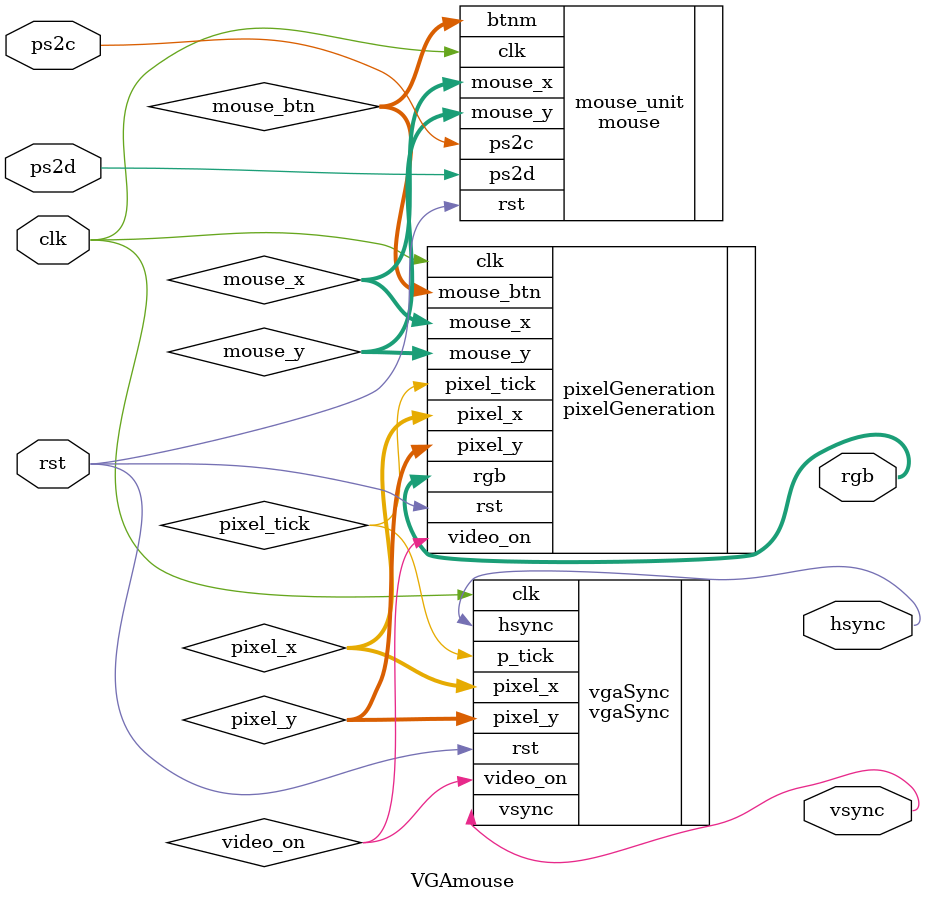
<source format=v>
`timescale 1ns / 1ps

module VGAmouse 
(
	input wire clk, rst,
	inout wire ps2d, ps2c,
	output wire hsync, vsync,
	output wire [2:0] rgb
);

wire [9 :0] pixel_x, pixel_y;
wire video_on , pixel_tick;

wire [9:0] mouse_x, mouse_y;
wire [2:0] mouse_btn;

vgaSync vgaSync
	( .clk(clk), .rst(rst), .hsync(hsync), .vsync(vsync),
	.video_on(video_on), .p_tick(pixel_tick),
	.pixel_x(pixel_x), .pixel_y(pixel_y));
	
pixelGeneration pixelGeneration
	(.clk(clk), .rst(rst), .pixel_x(pixel_x), .pixel_y(pixel_y), .pixel_tick(pixel_tick), 
	.mouse_x(mouse_x), .mouse_y(mouse_y), .mouse_btn(mouse_btn), 
	.video_on(video_on), .rgb(rgb));

mouse mouse_unit
	(.clk(clk), .rst(rst), .ps2d(ps2d), .ps2c(ps2c),
	.mouse_x(mouse_x), .mouse_y(mouse_y), .btnm(mouse_btn)) ;
	
endmodule

</source>
